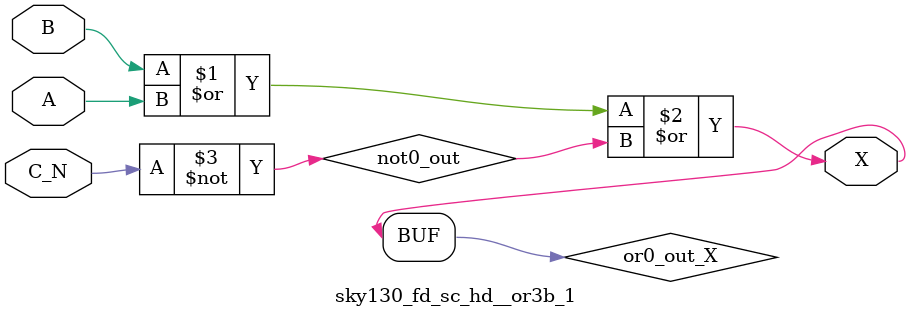
<source format=v>
/*
 * Copyright 2020 The SkyWater PDK Authors
 *
 * Licensed under the Apache License, Version 2.0 (the "License");
 * you may not use this file except in compliance with the License.
 * You may obtain a copy of the License at
 *
 *     https://www.apache.org/licenses/LICENSE-2.0
 *
 * Unless required by applicable law or agreed to in writing, software
 * distributed under the License is distributed on an "AS IS" BASIS,
 * WITHOUT WARRANTIES OR CONDITIONS OF ANY KIND, either express or implied.
 * See the License for the specific language governing permissions and
 * limitations under the License.
 *
 * SPDX-License-Identifier: Apache-2.0
*/


`ifndef SKY130_FD_SC_HD__OR3B_1_FUNCTIONAL_V
`define SKY130_FD_SC_HD__OR3B_1_FUNCTIONAL_V

/**
 * or3b: 3-input OR, first input inverted.
 *
 * Verilog simulation functional model.
 */

`timescale 1ns / 1ps
`default_nettype none

`celldefine
module sky130_fd_sc_hd__or3b_1 (
    X  ,
    A  ,
    B  ,
    C_N
);

    // Module ports
    output X  ;
    input  A  ;
    input  B  ;
    input  C_N;

    // Local signals
    wire not0_out ;
    wire or0_out_X;

    //  Name  Output     Other arguments
    not not0 (not0_out , C_N            );
    or  or0  (or0_out_X, B, A, not0_out );
    buf buf0 (X        , or0_out_X      );

endmodule
`endcelldefine

`default_nettype wire
`endif  // SKY130_FD_SC_HD__OR3B_1_FUNCTIONAL_V

</source>
